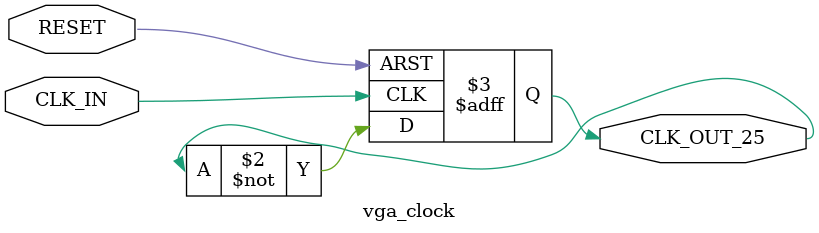
<source format=v>
module vga_clock (

	input wire  CLK_IN,
	input wire  RESET,
	output reg  CLK_OUT_25
);
	
//	reg [24:0] counter = 0;
//	
//	localparam MAX_COUNT = 25000000 - 1;

   always @(posedge CLK_IN or posedge RESET) begin
	 
		if (RESET) begin
          CLK_OUT_25 <= 1'b0;
      end else begin
          CLK_OUT_25 <= ~CLK_OUT_25;
      end
   end
	 
//	 always @(posedge CLK_IN or posedge RESET) begin
//			
//			if (RESET) begin
//				counter <= 0;
//				CLK_OUT_1 <= 0;
//				
//			end else begin
//				if (counter == MAX_COUNT) begin
//					counter <= 0;
//					CLK_OUT_1 <= ~CLK_OUT_1;
//				end else begin
//					counter <= counter + 1;
//				end
//			end
//	 end
	 
endmodule
</source>
